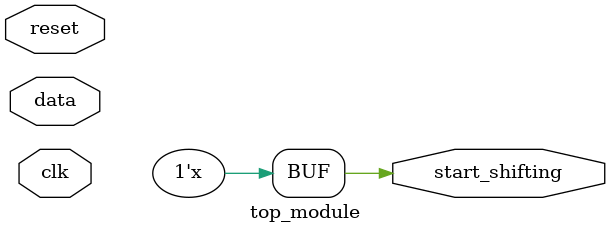
<source format=sv>
module top_module(
	input clk,
	input reset,
	input data,
	output start_shifting);

	reg state, next_state;
	parameter S0 = 0, S1 = 1, S2 = 2, S3 = 3;

	always @(posedge clk or posedge reset)
	begin
		if (reset)
			state <= S0;
		else
			state <= next_state;
	end

	always @(state, data)
	begin
		case(state)
			S0:
			begin
				if (data == 1'b1)
					next_state = S1;
				else
					next_state = S0;
			end
			
			S1:
			begin
				if (data == 1'b1)
					next_state = S2;
				else
					next_state = S0;
			end
			
			S2:
			begin
				if (data == 1'b0)
					next_state = S3;
				else
					next_state = S0;
			end
			
			S3:
			begin
				if (data == 1'b1)
					start_shifting = 1'b1;
				else
					next_state = S0;
			end
			
			default:
				next_state = S0;
		endcase
	end
endmodule

</source>
